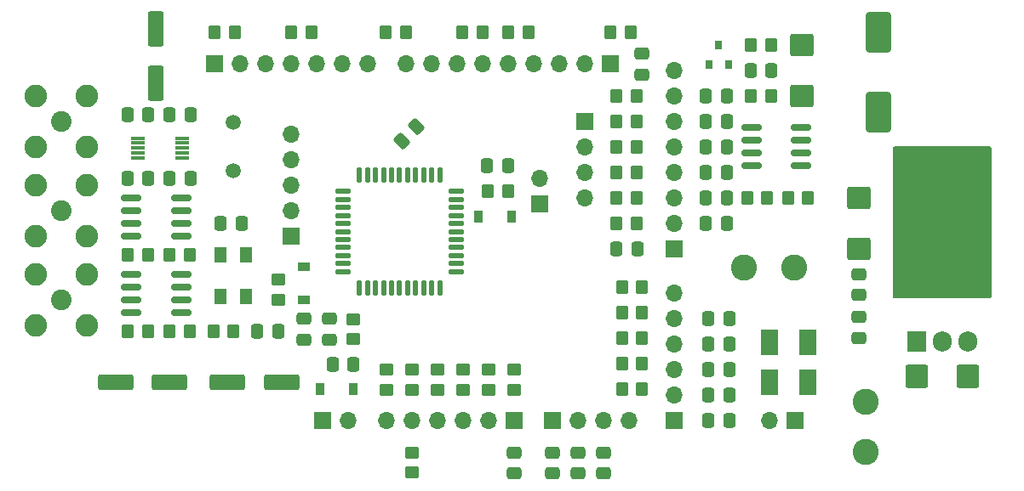
<source format=gts>
%TF.GenerationSoftware,KiCad,Pcbnew,(6.0.8)*%
%TF.CreationDate,2023-01-11T18:12:54+05:00*%
%TF.ProjectId,SyntPIC,53796e74-5049-4432-9e6b-696361645f70,rev?*%
%TF.SameCoordinates,Original*%
%TF.FileFunction,Soldermask,Top*%
%TF.FilePolarity,Negative*%
%FSLAX46Y46*%
G04 Gerber Fmt 4.6, Leading zero omitted, Abs format (unit mm)*
G04 Created by KiCad (PCBNEW (6.0.8)) date 2023-01-11 18:12:54*
%MOMM*%
%LPD*%
G01*
G04 APERTURE LIST*
G04 Aperture macros list*
%AMRoundRect*
0 Rectangle with rounded corners*
0 $1 Rounding radius*
0 $2 $3 $4 $5 $6 $7 $8 $9 X,Y pos of 4 corners*
0 Add a 4 corners polygon primitive as box body*
4,1,4,$2,$3,$4,$5,$6,$7,$8,$9,$2,$3,0*
0 Add four circle primitives for the rounded corners*
1,1,$1+$1,$2,$3*
1,1,$1+$1,$4,$5*
1,1,$1+$1,$6,$7*
1,1,$1+$1,$8,$9*
0 Add four rect primitives between the rounded corners*
20,1,$1+$1,$2,$3,$4,$5,0*
20,1,$1+$1,$4,$5,$6,$7,0*
20,1,$1+$1,$6,$7,$8,$9,0*
20,1,$1+$1,$8,$9,$2,$3,0*%
G04 Aperture macros list end*
%ADD10RoundRect,0.250000X0.350000X0.450000X-0.350000X0.450000X-0.350000X-0.450000X0.350000X-0.450000X0*%
%ADD11R,1.800000X2.500000*%
%ADD12C,2.600000*%
%ADD13RoundRect,0.250000X-0.337500X-0.475000X0.337500X-0.475000X0.337500X0.475000X-0.337500X0.475000X0*%
%ADD14C,2.050000*%
%ADD15C,2.250000*%
%ADD16RoundRect,0.250000X-0.350000X-0.450000X0.350000X-0.450000X0.350000X0.450000X-0.350000X0.450000X0*%
%ADD17RoundRect,0.250000X0.925000X-0.875000X0.925000X0.875000X-0.925000X0.875000X-0.925000X-0.875000X0*%
%ADD18R,1.200000X0.900000*%
%ADD19RoundRect,0.250000X0.475000X-0.337500X0.475000X0.337500X-0.475000X0.337500X-0.475000X-0.337500X0*%
%ADD20RoundRect,0.250000X0.450000X-0.350000X0.450000X0.350000X-0.450000X0.350000X-0.450000X-0.350000X0*%
%ADD21RoundRect,0.250000X-0.450000X0.350000X-0.450000X-0.350000X0.450000X-0.350000X0.450000X0.350000X0*%
%ADD22RoundRect,0.250000X-0.475000X0.337500X-0.475000X-0.337500X0.475000X-0.337500X0.475000X0.337500X0*%
%ADD23R,1.700000X1.700000*%
%ADD24O,1.700000X1.700000*%
%ADD25RoundRect,0.250000X-0.875000X-0.925000X0.875000X-0.925000X0.875000X0.925000X-0.875000X0.925000X0*%
%ADD26R,0.900000X1.200000*%
%ADD27RoundRect,0.250000X0.337500X0.475000X-0.337500X0.475000X-0.337500X-0.475000X0.337500X-0.475000X0*%
%ADD28R,1.400000X0.300000*%
%ADD29RoundRect,0.250000X1.500000X0.550000X-1.500000X0.550000X-1.500000X-0.550000X1.500000X-0.550000X0*%
%ADD30O,3.500000X3.500000*%
%ADD31R,1.905000X2.000000*%
%ADD32O,1.905000X2.000000*%
%ADD33RoundRect,0.250000X0.097227X-0.574524X0.574524X-0.097227X-0.097227X0.574524X-0.574524X0.097227X0*%
%ADD34RoundRect,0.250000X-1.500000X-0.550000X1.500000X-0.550000X1.500000X0.550000X-1.500000X0.550000X0*%
%ADD35C,1.500000*%
%ADD36RoundRect,0.150000X-0.825000X-0.150000X0.825000X-0.150000X0.825000X0.150000X-0.825000X0.150000X0*%
%ADD37RoundRect,0.137500X-0.137500X0.600000X-0.137500X-0.600000X0.137500X-0.600000X0.137500X0.600000X0*%
%ADD38RoundRect,0.137500X-0.600000X0.137500X-0.600000X-0.137500X0.600000X-0.137500X0.600000X0.137500X0*%
%ADD39RoundRect,0.250000X0.550000X-1.500000X0.550000X1.500000X-0.550000X1.500000X-0.550000X-1.500000X0*%
%ADD40R,0.800000X0.900000*%
%ADD41RoundRect,0.250000X1.000000X-1.750000X1.000000X1.750000X-1.000000X1.750000X-1.000000X-1.750000X0*%
%ADD42RoundRect,0.150000X0.825000X0.150000X-0.825000X0.150000X-0.825000X-0.150000X0.825000X-0.150000X0*%
%ADD43R,1.300000X1.600000*%
G04 APERTURE END LIST*
D10*
%TO.C,R17*%
X230581000Y-122325000D03*
X228581000Y-122325000D03*
%TD*%
D11*
%TO.C,D3*%
X247091000Y-127850000D03*
X247091000Y-131850000D03*
%TD*%
D10*
%TO.C,R16*%
X230041000Y-105815000D03*
X228041000Y-105815000D03*
%TD*%
D12*
%TO.C,L1*%
X252806000Y-138755000D03*
X252806000Y-133755000D03*
%TD*%
D13*
%TO.C,C34*%
X237163500Y-133120000D03*
X239238500Y-133120000D03*
%TD*%
D10*
%TO.C,R35*%
X230581000Y-132485000D03*
X228581000Y-132485000D03*
%TD*%
D14*
%TO.C,J2*%
X172796000Y-105815000D03*
D15*
X175336000Y-108355000D03*
X170256000Y-108355000D03*
X175336000Y-103275000D03*
X170256000Y-103275000D03*
%TD*%
D10*
%TO.C,R3*%
X247091000Y-113435000D03*
X245091000Y-113435000D03*
%TD*%
D16*
%TO.C,R13*%
X205086000Y-96925000D03*
X207086000Y-96925000D03*
%TD*%
D10*
%TO.C,R19*%
X230581000Y-124865000D03*
X228581000Y-124865000D03*
%TD*%
D13*
%TO.C,C37*%
X237163500Y-135660000D03*
X239238500Y-135660000D03*
%TD*%
D16*
%TO.C,R10*%
X217246000Y-96925000D03*
X219246000Y-96925000D03*
%TD*%
D17*
%TO.C,C9*%
X252171000Y-118515000D03*
X252171000Y-113415000D03*
%TD*%
D18*
%TO.C,D4*%
X196926000Y-120295000D03*
X196926000Y-123595000D03*
%TD*%
D19*
%TO.C,C14*%
X230581000Y-101159000D03*
X230581000Y-99084000D03*
%TD*%
D13*
%TO.C,C1*%
X241376000Y-100735000D03*
X243451000Y-100735000D03*
%TD*%
D20*
%TO.C,R32*%
X207721000Y-132580000D03*
X207721000Y-130580000D03*
%TD*%
D10*
%TO.C,R15*%
X230041000Y-103275000D03*
X228041000Y-103275000D03*
%TD*%
D21*
%TO.C,R21*%
X215341000Y-130580000D03*
X215341000Y-132580000D03*
%TD*%
D20*
%TO.C,R31*%
X210261000Y-132580000D03*
X210261000Y-130580000D03*
%TD*%
D21*
%TO.C,R27*%
X194386000Y-121595000D03*
X194386000Y-123595000D03*
%TD*%
D10*
%TO.C,R29*%
X230041000Y-115975000D03*
X228041000Y-115975000D03*
%TD*%
D14*
%TO.C,J3*%
X172796000Y-114705000D03*
D15*
X175336000Y-112165000D03*
X175336000Y-117245000D03*
X170256000Y-112165000D03*
X170256000Y-117245000D03*
%TD*%
D10*
%TO.C,R24*%
X230041000Y-113435000D03*
X228041000Y-113435000D03*
%TD*%
%TO.C,R9*%
X189941000Y-126770000D03*
X187941000Y-126770000D03*
%TD*%
D19*
%TO.C,C2*%
X199466000Y-127575000D03*
X199466000Y-125500000D03*
%TD*%
D12*
%TO.C,L2*%
X245741000Y-120420000D03*
X240741000Y-120420000D03*
%TD*%
D22*
%TO.C,C17*%
X217881000Y-138835000D03*
X217881000Y-140910000D03*
%TD*%
D23*
%TO.C,J8*%
X224866000Y-105825000D03*
D24*
X224866000Y-108365000D03*
X224866000Y-110905000D03*
X224866000Y-113445000D03*
%TD*%
D13*
%TO.C,C24*%
X236931000Y-108355000D03*
X239006000Y-108355000D03*
%TD*%
D25*
%TO.C,C5*%
X257886000Y-131215000D03*
X262986000Y-131215000D03*
%TD*%
D19*
%TO.C,C3*%
X252171000Y-127405000D03*
X252171000Y-125330000D03*
%TD*%
D26*
%TO.C,D6*%
X217626000Y-115340000D03*
X214326000Y-115340000D03*
%TD*%
D10*
%TO.C,R23*%
X230581000Y-127405000D03*
X228581000Y-127405000D03*
%TD*%
%TO.C,R26*%
X217246000Y-112800000D03*
X215246000Y-112800000D03*
%TD*%
D11*
%TO.C,D2*%
X243281000Y-127850000D03*
X243281000Y-131850000D03*
%TD*%
D27*
%TO.C,C31*%
X201879000Y-130072000D03*
X199804000Y-130072000D03*
%TD*%
D13*
%TO.C,C11*%
X183591000Y-111530000D03*
X185666000Y-111530000D03*
%TD*%
D16*
%TO.C,R2*%
X241376000Y-98195000D03*
X243376000Y-98195000D03*
%TD*%
D17*
%TO.C,C6*%
X246456000Y-103295000D03*
X246456000Y-98195000D03*
%TD*%
D22*
%TO.C,C28*%
X221691000Y-138835000D03*
X221691000Y-140910000D03*
%TD*%
D28*
%TO.C,U6*%
X184816000Y-109490000D03*
X184816000Y-108990000D03*
X184816000Y-108490000D03*
X184816000Y-107990000D03*
X184816000Y-107490000D03*
X180416000Y-107490000D03*
X180416000Y-107990000D03*
X180416000Y-108490000D03*
X180416000Y-108990000D03*
X180416000Y-109490000D03*
%TD*%
D29*
%TO.C,C7*%
X183591000Y-131850000D03*
X178191000Y-131850000D03*
%TD*%
D21*
%TO.C,R34*%
X207721000Y-138835000D03*
X207721000Y-140835000D03*
%TD*%
D30*
%TO.C,U4*%
X260426000Y-111085000D03*
D31*
X257886000Y-127745000D03*
D32*
X260426000Y-127745000D03*
X262966000Y-127745000D03*
%TD*%
D22*
%TO.C,C33*%
X224231000Y-138835000D03*
X224231000Y-140910000D03*
%TD*%
%TO.C,C13*%
X252171000Y-121055000D03*
X252171000Y-123130000D03*
%TD*%
D10*
%TO.C,R7*%
X185591000Y-119150000D03*
X183591000Y-119150000D03*
%TD*%
D22*
%TO.C,C36*%
X226771000Y-138835000D03*
X226771000Y-140910000D03*
%TD*%
D20*
%TO.C,R30*%
X212801000Y-132580000D03*
X212801000Y-130580000D03*
%TD*%
D14*
%TO.C,J4*%
X172796000Y-123595000D03*
D15*
X175336000Y-121055000D03*
X175336000Y-126135000D03*
X170256000Y-121055000D03*
X170256000Y-126135000D03*
%TD*%
D33*
%TO.C,C10*%
X206634754Y-107790246D03*
X208102000Y-106323000D03*
%TD*%
D22*
%TO.C,C27*%
X196926000Y-125500000D03*
X196926000Y-127575000D03*
%TD*%
D16*
%TO.C,R36*%
X227406000Y-96925000D03*
X229406000Y-96925000D03*
%TD*%
D10*
%TO.C,R28*%
X230581000Y-129945000D03*
X228581000Y-129945000D03*
%TD*%
D34*
%TO.C,C20*%
X189306000Y-131850000D03*
X194706000Y-131850000D03*
%TD*%
D13*
%TO.C,C21*%
X236931000Y-103275000D03*
X239006000Y-103275000D03*
%TD*%
D27*
%TO.C,C32*%
X217246000Y-110260000D03*
X215171000Y-110260000D03*
%TD*%
D35*
%TO.C,Y1*%
X189941000Y-105905000D03*
X189941000Y-110785000D03*
%TD*%
D10*
%TO.C,R8*%
X181416000Y-119150000D03*
X179416000Y-119150000D03*
%TD*%
D36*
%TO.C,U3*%
X179781000Y-113435000D03*
X179781000Y-114705000D03*
X179781000Y-115975000D03*
X179781000Y-117245000D03*
X184731000Y-117245000D03*
X184731000Y-115975000D03*
X184731000Y-114705000D03*
X184731000Y-113435000D03*
%TD*%
D13*
%TO.C,C29*%
X237163500Y-130580000D03*
X239238500Y-130580000D03*
%TD*%
D23*
%TO.C,J1*%
X245821000Y-135660000D03*
D24*
X243281000Y-135660000D03*
%TD*%
D10*
%TO.C,R5*%
X185591000Y-126770000D03*
X183591000Y-126770000D03*
%TD*%
%TO.C,R18*%
X230041000Y-108355000D03*
X228041000Y-108355000D03*
%TD*%
D13*
%TO.C,C22*%
X236931000Y-105815000D03*
X239006000Y-105815000D03*
%TD*%
%TO.C,C25*%
X237163500Y-128040000D03*
X239238500Y-128040000D03*
%TD*%
D23*
%TO.C,J7*%
X220421000Y-114070000D03*
D24*
X220421000Y-111530000D03*
%TD*%
D37*
%TO.C,DD1*%
X210451000Y-111137500D03*
X209651000Y-111137500D03*
X208851000Y-111137500D03*
X208051000Y-111137500D03*
X207251000Y-111137500D03*
X206451000Y-111137500D03*
X205651000Y-111137500D03*
X204851000Y-111137500D03*
X204051000Y-111137500D03*
X203251000Y-111137500D03*
X202451000Y-111137500D03*
D38*
X200788500Y-112800000D03*
X200788500Y-113600000D03*
X200788500Y-114400000D03*
X200788500Y-115200000D03*
X200788500Y-116000000D03*
X200788500Y-116800000D03*
X200788500Y-117600000D03*
X200788500Y-118400000D03*
X200788500Y-119200000D03*
X200788500Y-120000000D03*
X200788500Y-120800000D03*
D37*
X202451000Y-122462500D03*
X203251000Y-122462500D03*
X204051000Y-122462500D03*
X204851000Y-122462500D03*
X205651000Y-122462500D03*
X206451000Y-122462500D03*
X207251000Y-122462500D03*
X208051000Y-122462500D03*
X208851000Y-122462500D03*
X209651000Y-122462500D03*
X210451000Y-122462500D03*
D38*
X212113500Y-120800000D03*
X212113500Y-120000000D03*
X212113500Y-119200000D03*
X212113500Y-118400000D03*
X212113500Y-117600000D03*
X212113500Y-116800000D03*
X212113500Y-116000000D03*
X212113500Y-115200000D03*
X212113500Y-114400000D03*
X212113500Y-113600000D03*
X212113500Y-112800000D03*
%TD*%
D27*
%TO.C,C12*%
X181453500Y-111530000D03*
X179378500Y-111530000D03*
%TD*%
D23*
%TO.C,J11*%
X233756000Y-135660000D03*
D24*
X233756000Y-133120000D03*
X233756000Y-130580000D03*
X233756000Y-128040000D03*
X233756000Y-125500000D03*
X233756000Y-122960000D03*
%TD*%
D27*
%TO.C,C16*%
X181453500Y-105180000D03*
X179378500Y-105180000D03*
%TD*%
D39*
%TO.C,C8*%
X182194000Y-102005000D03*
X182194000Y-96605000D03*
%TD*%
D21*
%TO.C,R22*%
X217881000Y-130580000D03*
X217881000Y-132580000D03*
%TD*%
D23*
%TO.C,J12*%
X233756000Y-118515000D03*
D24*
X233756000Y-115975000D03*
X233756000Y-113435000D03*
X233756000Y-110895000D03*
X233756000Y-108355000D03*
X233756000Y-105815000D03*
X233756000Y-103275000D03*
X233756000Y-100735000D03*
%TD*%
D13*
%TO.C,C30*%
X236931000Y-113435000D03*
X239006000Y-113435000D03*
%TD*%
%TO.C,C18*%
X192311000Y-126770000D03*
X194386000Y-126770000D03*
%TD*%
D40*
%TO.C,D1*%
X239151000Y-100195000D03*
X238201000Y-98195000D03*
X237251000Y-100195000D03*
%TD*%
D10*
%TO.C,R1*%
X243376000Y-103275000D03*
X241376000Y-103275000D03*
%TD*%
D41*
%TO.C,C4*%
X254076000Y-104925000D03*
X254076000Y-96925000D03*
%TD*%
D16*
%TO.C,R12*%
X188036000Y-96925000D03*
X190036000Y-96925000D03*
%TD*%
D20*
%TO.C,R25*%
X201879000Y-127532000D03*
X201879000Y-125532000D03*
%TD*%
D13*
%TO.C,C35*%
X236931000Y-115975000D03*
X239006000Y-115975000D03*
%TD*%
D23*
%TO.C,J9*%
X221691000Y-135660000D03*
D24*
X224231000Y-135660000D03*
X226771000Y-135660000D03*
X229311000Y-135660000D03*
%TD*%
D36*
%TO.C,U2*%
X179781000Y-121055000D03*
X179781000Y-122325000D03*
X179781000Y-123595000D03*
X179781000Y-124865000D03*
X184731000Y-124865000D03*
X184731000Y-123595000D03*
X184731000Y-122325000D03*
X184731000Y-121055000D03*
%TD*%
D26*
%TO.C,D5*%
X198577000Y-132485000D03*
X201877000Y-132485000D03*
%TD*%
D10*
%TO.C,R4*%
X243011000Y-113435000D03*
X241011000Y-113435000D03*
%TD*%
D16*
%TO.C,R14*%
X195656000Y-96925000D03*
X197656000Y-96925000D03*
%TD*%
D13*
%TO.C,C23*%
X237163500Y-125500000D03*
X239238500Y-125500000D03*
%TD*%
D23*
%TO.C,J5*%
X195656000Y-117245000D03*
D24*
X195656000Y-114705000D03*
X195656000Y-112165000D03*
X195656000Y-109625000D03*
X195656000Y-107085000D03*
%TD*%
D16*
%TO.C,R11*%
X212706000Y-96925000D03*
X214706000Y-96925000D03*
%TD*%
D42*
%TO.C,U1*%
X246391000Y-110260000D03*
X246391000Y-108990000D03*
X246391000Y-107720000D03*
X246391000Y-106450000D03*
X241441000Y-106450000D03*
X241441000Y-107720000D03*
X241441000Y-108990000D03*
X241441000Y-110260000D03*
%TD*%
D10*
%TO.C,R6*%
X181416000Y-126770000D03*
X179416000Y-126770000D03*
%TD*%
D13*
%TO.C,C26*%
X236931000Y-110895000D03*
X239006000Y-110895000D03*
%TD*%
D20*
%TO.C,R33*%
X205181000Y-132580000D03*
X205181000Y-130580000D03*
%TD*%
D23*
%TO.C,J6*%
X198831000Y-135660000D03*
D24*
X201371000Y-135660000D03*
%TD*%
D10*
%TO.C,R20*%
X230041000Y-110895000D03*
X228041000Y-110895000D03*
%TD*%
D43*
%TO.C,U5*%
X191171000Y-123250000D03*
X191171000Y-119150000D03*
X188671000Y-119150000D03*
X188671000Y-123250000D03*
%TD*%
D13*
%TO.C,C19*%
X188671000Y-115975000D03*
X190746000Y-115975000D03*
%TD*%
D27*
%TO.C,C38*%
X230116000Y-118515000D03*
X228041000Y-118515000D03*
%TD*%
D13*
%TO.C,C15*%
X183591000Y-105180000D03*
X185666000Y-105180000D03*
%TD*%
D23*
%TO.C,J13*%
X188036000Y-100100000D03*
D24*
X190576000Y-100100000D03*
X193116000Y-100100000D03*
X195656000Y-100100000D03*
X198196000Y-100100000D03*
X200736000Y-100100000D03*
X203276000Y-100100000D03*
%TD*%
D23*
%TO.C,J14*%
X227406000Y-100100000D03*
D24*
X224866000Y-100100000D03*
X222326000Y-100100000D03*
X219786000Y-100100000D03*
X217246000Y-100100000D03*
X214706000Y-100100000D03*
X212166000Y-100100000D03*
X209626000Y-100100000D03*
X207086000Y-100100000D03*
%TD*%
D23*
%TO.C,J10*%
X217881000Y-135660000D03*
D24*
X215341000Y-135660000D03*
X212801000Y-135660000D03*
X210261000Y-135660000D03*
X207721000Y-135660000D03*
X205181000Y-135660000D03*
%TD*%
G36*
X265228500Y-108350962D02*
G01*
X265283038Y-108405500D01*
X265303000Y-108480000D01*
X265303000Y-123295000D01*
X265283038Y-123369500D01*
X265228500Y-123424038D01*
X265154000Y-123444000D01*
X255673000Y-123444000D01*
X255598500Y-123424038D01*
X255543962Y-123369500D01*
X255524000Y-123295000D01*
X255524000Y-108480000D01*
X255543962Y-108405500D01*
X255598500Y-108350962D01*
X255673000Y-108331000D01*
X265154000Y-108331000D01*
X265228500Y-108350962D01*
G37*
M02*

</source>
